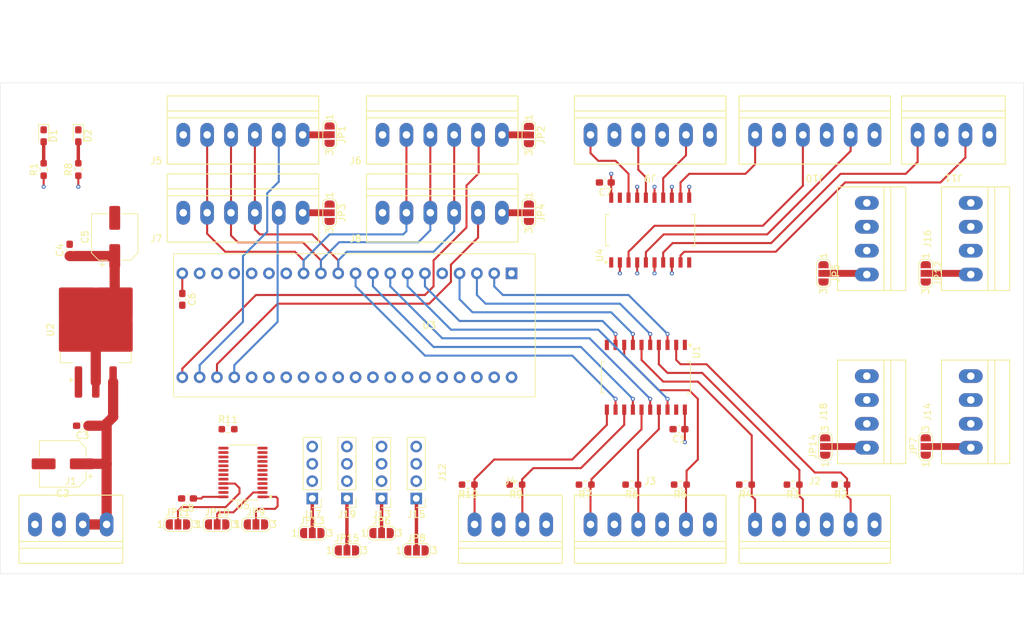
<source format=kicad_pcb>
(kicad_pcb
	(version 20240108)
	(generator "pcbnew")
	(generator_version "8.0")
	(general
		(thickness 1.6)
		(legacy_teardrops no)
	)
	(paper "A4")
	(layers
		(0 "F.Cu" signal)
		(1 "In1.Cu" signal)
		(2 "In2.Cu" signal)
		(31 "B.Cu" signal)
		(32 "B.Adhes" user "B.Adhesive")
		(33 "F.Adhes" user "F.Adhesive")
		(34 "B.Paste" user)
		(35 "F.Paste" user)
		(36 "B.SilkS" user "B.Silkscreen")
		(37 "F.SilkS" user "F.Silkscreen")
		(38 "B.Mask" user)
		(39 "F.Mask" user)
		(40 "Dwgs.User" user "User.Drawings")
		(41 "Cmts.User" user "User.Comments")
		(42 "Eco1.User" user "User.Eco1")
		(43 "Eco2.User" user "User.Eco2")
		(44 "Edge.Cuts" user)
		(45 "Margin" user)
		(46 "B.CrtYd" user "B.Courtyard")
		(47 "F.CrtYd" user "F.Courtyard")
		(48 "B.Fab" user)
		(49 "F.Fab" user)
		(50 "User.1" user)
		(51 "User.2" user)
		(52 "User.3" user)
		(53 "User.4" user)
		(54 "User.5" user)
		(55 "User.6" user)
		(56 "User.7" user)
		(57 "User.8" user)
		(58 "User.9" user)
	)
	(setup
		(stackup
			(layer "F.SilkS"
				(type "Top Silk Screen")
			)
			(layer "F.Paste"
				(type "Top Solder Paste")
			)
			(layer "F.Mask"
				(type "Top Solder Mask")
				(thickness 0.01)
			)
			(layer "F.Cu"
				(type "copper")
				(thickness 0.035)
			)
			(layer "dielectric 1"
				(type "prepreg")
				(thickness 0.1)
				(material "FR4")
				(epsilon_r 4.5)
				(loss_tangent 0.02)
			)
			(layer "In1.Cu"
				(type "copper")
				(thickness 0.035)
			)
			(layer "dielectric 2"
				(type "core")
				(thickness 1.24)
				(material "FR4")
				(epsilon_r 4.5)
				(loss_tangent 0.02)
			)
			(layer "In2.Cu"
				(type "copper")
				(thickness 0.035)
			)
			(layer "dielectric 3"
				(type "prepreg")
				(thickness 0.1)
				(material "FR4")
				(epsilon_r 4.5)
				(loss_tangent 0.02)
			)
			(layer "B.Cu"
				(type "copper")
				(thickness 0.035)
			)
			(layer "B.Mask"
				(type "Bottom Solder Mask")
				(thickness 0.01)
			)
			(layer "B.Paste"
				(type "Bottom Solder Paste")
			)
			(layer "B.SilkS"
				(type "Bottom Silk Screen")
			)
			(copper_finish "None")
			(dielectric_constraints no)
		)
		(pad_to_mask_clearance 0)
		(allow_soldermask_bridges_in_footprints no)
		(pcbplotparams
			(layerselection 0x00010fc_ffffffff)
			(plot_on_all_layers_selection 0x0000000_00000000)
			(disableapertmacros no)
			(usegerberextensions no)
			(usegerberattributes yes)
			(usegerberadvancedattributes yes)
			(creategerberjobfile yes)
			(dashed_line_dash_ratio 12.000000)
			(dashed_line_gap_ratio 3.000000)
			(svgprecision 4)
			(plotframeref no)
			(viasonmask no)
			(mode 1)
			(useauxorigin no)
			(hpglpennumber 1)
			(hpglpenspeed 20)
			(hpglpendiameter 15.000000)
			(pdf_front_fp_property_popups yes)
			(pdf_back_fp_property_popups yes)
			(dxfpolygonmode yes)
			(dxfimperialunits yes)
			(dxfusepcbnewfont yes)
			(psnegative no)
			(psa4output no)
			(plotreference yes)
			(plotvalue yes)
			(plotfptext yes)
			(plotinvisibletext no)
			(sketchpadsonfab no)
			(subtractmaskfromsilk no)
			(outputformat 1)
			(mirror no)
			(drillshape 1)
			(scaleselection 1)
			(outputdirectory "")
		)
	)
	(net 0 "")
	(net 1 "GND")
	(net 2 "+5V")
	(net 3 "+3.3V")
	(net 4 "Net-(D1-A)")
	(net 5 "Net-(D2-A)")
	(net 6 "POCI")
	(net 7 "Net-(J5-Pin_1)")
	(net 8 "PICO")
	(net 9 "SCK")
	(net 10 "CS1")
	(net 11 "CS0")
	(net 12 "Net-(J6-Pin_1)")
	(net 13 "CS3")
	(net 14 "Net-(J7-Pin_1)")
	(net 15 "Net-(J8-Pin_1)")
	(net 16 "CS2")
	(net 17 "Net-(J9-Pin_4)")
	(net 18 "Net-(J9-Pin_6)")
	(net 19 "Net-(J9-Pin_2)")
	(net 20 "OUT-SD0")
	(net 21 "Net-(J12-Pin_1)")
	(net 22 "OUT-SC0")
	(net 23 "OUT-SC4")
	(net 24 "Net-(J13-Pin_1)")
	(net 25 "OUT-SD4")
	(net 26 "OUT-SC1")
	(net 27 "Net-(J14-Pin_1)")
	(net 28 "OUT-SD1")
	(net 29 "OUT-SC5")
	(net 30 "OUT-SD5")
	(net 31 "Net-(J15-Pin_1)")
	(net 32 "OUT-SC2")
	(net 33 "OUT-SD2")
	(net 34 "Net-(J16-Pin_1)")
	(net 35 "Net-(J17-Pin_1)")
	(net 36 "OUT-SC6")
	(net 37 "OUT-SD6")
	(net 38 "OUT-SC3")
	(net 39 "Net-(J18-Pin_1)")
	(net 40 "OUT-SD3")
	(net 41 "Net-(J19-Pin_1)")
	(net 42 "OUT-SC7")
	(net 43 "OUT-SD7")
	(net 44 "Net-(JP9-C)")
	(net 45 "Net-(JP10-C)")
	(net 46 "Net-(JP11-C)")
	(net 47 "Net-(U5-~{RESET})")
	(net 48 "AUX-IN3")
	(net 49 "AUX-IN1")
	(net 50 "AUX-IN6")
	(net 51 "AUX-IN2")
	(net 52 "AUX-IN4")
	(net 53 "SW1-AZ")
	(net 54 "SW2-AZ")
	(net 55 "AUX-IN5")
	(net 56 "unconnected-(U3-PB1-Pad15)")
	(net 57 "unconnected-(U3-3V3-Pad18)")
	(net 58 "EN-AZ")
	(net 59 "EN-EL")
	(net 60 "unconnected-(U3-PB2-Pad16)")
	(net 61 "unconnected-(U3-NRST-Pad5)")
	(net 62 "AUX-OUT1")
	(net 63 "DIR-AZ")
	(net 64 "SCL")
	(net 65 "unconnected-(U3-PB9-Pad37)")
	(net 66 "SDA")
	(net 67 "unconnected-(U3-PB0-Pad14)")
	(net 68 "unconnected-(U3-VBAT-Pad1)")
	(net 69 "unconnected-(U3-3V3-Pad40)")
	(net 70 "unconnected-(U3-PB8-Pad36)")
	(net 71 "unconnected-(U3-PB10-Pad17)")
	(net 72 "STEP-AZ")
	(net 73 "STEP-EL")
	(net 74 "unconnected-(U3-PB5-Pad33)")
	(net 75 "DIR-EL")
	(net 76 "AUX-OUT2")
	(net 77 "Net-(J10-Pin_4)")
	(net 78 "Net-(J10-Pin_6)")
	(net 79 "Net-(J10-Pin_2)")
	(net 80 "Net-(J11-Pin_4)")
	(net 81 "Net-(J11-Pin_2)")
	(net 82 "Net-(J4-Pin_1)")
	(net 83 "Net-(J4-Pin_3)")
	(net 84 "Net-(J3-Pin_5)")
	(net 85 "Net-(J3-Pin_3)")
	(net 86 "Net-(J3-Pin_1)")
	(net 87 "Net-(J2-Pin_1)")
	(net 88 "Net-(J2-Pin_5)")
	(net 89 "Net-(J2-Pin_3)")
	(footprint "LED_SMD:LED_0603_1608Metric_Pad1.05x0.95mm_HandSolder" (layer "F.Cu") (at 62.23 71.261 -90))
	(footprint "Jumper:SolderJumper-3_P1.3mm_Open_RoundedPad1.0x1.5mm_NumberLabels" (layer "F.Cu") (at 76.835 128.27))
	(footprint "spta:SPTA-1-6-3,5" (layer "F.Cu") (at 115.57 82.55 180))
	(footprint "spta:SPTA-1-6-3,5" (layer "F.Cu") (at 170.18 71.12 180))
	(footprint "spta:SPTA-1-6-3,5" (layer "F.Cu") (at 146.05 128.27))
	(footprint "Capacitor_SMD:C_0603_1608Metric_Pad1.08x0.95mm_HandSolder" (layer "F.Cu") (at 139.4725 78.105 180))
	(footprint "Jumper:SolderJumper-3_P1.3mm_Open_RoundedPad1.0x1.5mm_NumberLabels" (layer "F.Cu") (at 186.436 116.84 90))
	(footprint "spta:SPTA-1-4-3,5" (layer "F.Cu") (at 125.56 128.27))
	(footprint "spta:SPTA-1-6-3,5" (layer "F.Cu") (at 170.18 128.27))
	(footprint "Jumper:SolderJumper-3_P1.3mm_Open_RoundedPad1.0x1.5mm_NumberLabels" (layer "F.Cu") (at 128.27 71.15 -90))
	(footprint "Capacitor_SMD:C_0603_1608Metric_Pad1.08x0.95mm_HandSolder" (layer "F.Cu") (at 150.2675 114.3 180))
	(footprint "spta:SPTA-1-4-3,5" (layer "F.Cu") (at 177.8 86.36 90))
	(footprint "Jumper:SolderJumper-3_P1.3mm_Open_RoundedPad1.0x1.5mm_NumberLabels" (layer "F.Cu") (at 171.45 91.44 -90))
	(footprint "Jumper:SolderJumper-3_P1.3mm_Open_RoundedPad1.0x1.5mm_NumberLabels" (layer "F.Cu") (at 99.06 82.55 -90))
	(footprint "Resistor_SMD:R_0603_1608Metric_Pad0.98x0.95mm_HandSolder" (layer "F.Cu") (at 84.1775 114.3))
	(footprint "BlackPill_F4xx_v2:BlackPill_F4xx_v2" (layer "F.Cu") (at 125.73 91.44 90))
	(footprint "spta:SPTA-1-6-3,5" (layer "F.Cu") (at 146.05 71.12 180))
	(footprint "Resistor_SMD:R_0603_1608Metric_Pad0.98x0.95mm_HandSolder" (layer "F.Cu") (at 119.38 122.428 180))
	(footprint "Resistor_SMD:R_0603_1608Metric_Pad0.98x0.95mm_HandSolder" (layer "F.Cu") (at 160.02 122.428 180))
	(footprint "Resistor_SMD:R_0603_1608Metric_Pad0.98x0.95mm_HandSolder" (layer "F.Cu") (at 136.525 122.428 180))
	(footprint "Jumper:SolderJumper-3_P1.3mm_Open_RoundedPad1.0x1.5mm_NumberLabels" (layer "F.Cu") (at 186.436 91.44 -90))
	(footprint "Resistor_SMD:R_0603_1608Metric_Pad0.98x0.95mm_HandSolder" (layer "F.Cu") (at 173.99 122.428 180))
	(footprint "Capacitor_SMD:C_0603_1608Metric_Pad1.08x0.95mm_HandSolder" (layer "F.Cu") (at 78.232 124.46 180))
	(footprint "Package_SO:SO-20_12.8x7.5mm_P1.27mm" (layer "F.Cu") (at 145.415 106.68 -90))
	(footprint "Resistor_SMD:R_0603_1608Metric_Pad0.98x0.95mm_HandSolder" (layer "F.Cu") (at 57.15 76.2 90))
	(footprint "spta:SPTA-1-4-3,5" (layer "F.Cu") (at 193.04 86.36 90))
	(footprint "Jumper:SolderJumper-3_P1.3mm_Open_RoundedPad1.0x1.5mm_NumberLabels" (layer "F.Cu") (at 171.704 116.84 90))
	(footprint "Jumper:SolderJumper-3_P1.3mm_Open_RoundedPad1.0x1.5mm_NumberLabels" (layer "F.Cu") (at 106.68 129.54))
	(footprint "spta:SPTA-1-6-3,5" (layer "F.Cu") (at 115.57 71.12 180))
	(footprint "Connector_PinHeader_2.54mm:PinHeader_1x04_P2.54mm_Vertical" (layer "F.Cu") (at 106.68 124.46 180))
	(footprint "Jumper:SolderJumper-3_P1.3mm_Open_RoundedPad1.0x1.5mm_NumberLabels" (layer "F.Cu") (at 101.6 132.08))
	(footprint "spta:SPTA-1-6-3,5" (layer "F.Cu") (at 86.36 71.12 180))
	(footprint "Resistor_SMD:R_0603_1608Metric_Pad0.98x0.95mm_HandSolder" (layer "F.Cu") (at 167.005 122.428 180))
	(footprint "Jumper:SolderJumper-3_P1.3mm_Open_RoundedPad1.0x1.5mm_NumberLabels" (layer "F.Cu") (at 82.58 128.27))
	(footprint "Jumper:SolderJumper-3_P1.3mm_Open_RoundedPad1.0x1.5mm_NumberLabels" (layer "F.Cu") (at 88.265 128.27))
	(footprint "spta:SPTA-1-4-3,5" (layer "F.Cu") (at 193.04 111.76 90))
	(footprint "Connector_PinHeader_2.54mm:PinHeader_1x04_P2.54mm_Vertical" (layer "F.Cu") (at 96.52 124.46 180))
	(footprint "Jumper:SolderJumper-3_P1.3mm_Open_RoundedPad1.0x1.5mm_NumberLabels" (layer "F.Cu") (at 99.06 71.09 -90))
	(footprint "Capacitor_SMD:C_0603_1608Metric_Pad1.08x0.95mm_HandSolder" (layer "F.Cu") (at 77.47 95.25 -90))
	(footprint "spta:SPTA-1-4-3,5" (layer "F.Cu") (at 177.8 111.76 90))
	(footprint "Package_TO_SOT_SMD:TO-263-3_TabPin2"
		(layer "F.Cu")
		(uuid "85e0d6a1-6622-4490-a439-6a930d366dcf")
		(at 64.789 99.725 90)
		(descr "TO-263/D2PAK/DDPAK SMD package, http://www.infineon.com/cms/en/product/packages/PG-TO263/PG-TO263-3-1/")
		(tags "D2PAK DDPAK TO-263 D
... [165463 chars truncated]
</source>
